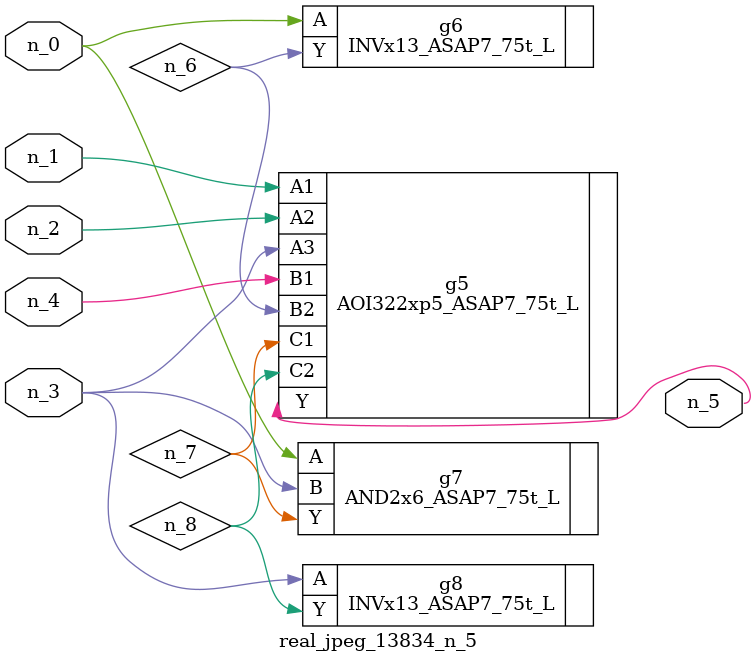
<source format=v>
module real_jpeg_13834_n_5 (n_4, n_0, n_1, n_2, n_3, n_5);

input n_4;
input n_0;
input n_1;
input n_2;
input n_3;

output n_5;

wire n_8;
wire n_6;
wire n_7;

INVx13_ASAP7_75t_L g6 ( 
.A(n_0),
.Y(n_6)
);

AND2x6_ASAP7_75t_L g7 ( 
.A(n_0),
.B(n_3),
.Y(n_7)
);

AOI322xp5_ASAP7_75t_L g5 ( 
.A1(n_1),
.A2(n_2),
.A3(n_3),
.B1(n_4),
.B2(n_6),
.C1(n_7),
.C2(n_8),
.Y(n_5)
);

INVx13_ASAP7_75t_L g8 ( 
.A(n_3),
.Y(n_8)
);


endmodule
</source>
